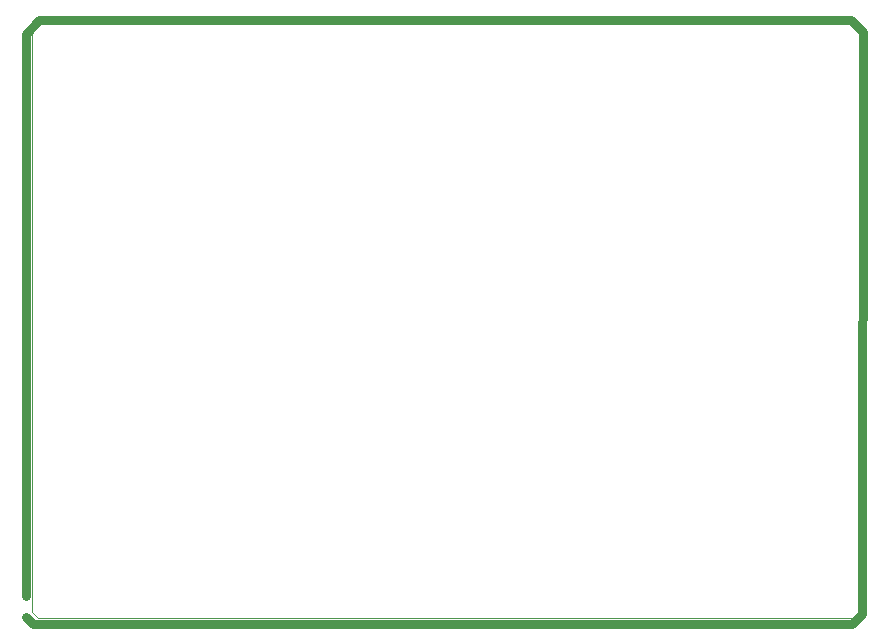
<source format=gbr>
%TF.GenerationSoftware,KiCad,Pcbnew,7.0.5-7.0.5~ubuntu22.04.1*%
%TF.CreationDate,2023-07-07T11:08:09-04:00*%
%TF.ProjectId,sub_rf_mod,7375625f-7266-45f6-9d6f-642e6b696361,rev?*%
%TF.SameCoordinates,Original*%
%TF.FileFunction,Other,User*%
%FSLAX46Y46*%
G04 Gerber Fmt 4.6, Leading zero omitted, Abs format (unit mm)*
G04 Created by KiCad (PCBNEW 7.0.5-7.0.5~ubuntu22.04.1) date 2023-07-07 11:08:09*
%MOMM*%
%LPD*%
G01*
G04 APERTURE LIST*
%ADD10C,0.800000*%
%TA.AperFunction,Profile*%
%ADD11C,0.100000*%
%TD*%
G04 APERTURE END LIST*
D10*
X171805600Y-104190800D02*
X172643800Y-103378000D01*
X102425500Y-104203500D02*
X101828600Y-103606600D01*
X172720000Y-54102000D02*
X171704000Y-53086000D01*
X101828600Y-54279800D02*
X101854000Y-101828600D01*
X102425500Y-104203500D02*
X171805600Y-104190800D01*
X102946200Y-53111400D02*
X101828600Y-54279800D01*
X172643800Y-103378000D02*
X172720000Y-54102000D01*
X171704000Y-53086000D02*
X102946200Y-53111400D01*
D11*
X171945300Y-103733600D02*
X172466000Y-103225600D01*
X102323900Y-103225600D02*
X102336600Y-53848000D01*
X102844600Y-53340000D02*
X171958000Y-53340000D01*
X102831900Y-103733600D02*
X171945300Y-103733600D01*
X102323900Y-103225600D02*
X102831900Y-103733600D01*
X102844600Y-53340000D02*
X102336600Y-53848000D01*
X171958000Y-53340000D02*
X172466000Y-53848000D01*
X172466000Y-103225600D02*
X172466000Y-53848000D01*
M02*

</source>
